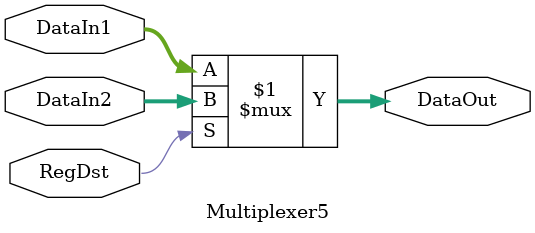
<source format=v>
`timescale 1ns / 1ps


module Multiplexer5(    //ÓÃÓÚÑ¡Ôñ5Î»½á¹ûµÄ¶þÑ¡Ò»¶àÂ·¸´ÓÃÆ÷
    input RegDst,       //2Ñ¡1Ñ¡ÔñÐÅºÅ
    input [4:0]DataIn1,
    input [4:0]DataIn2,
    output [4:0]DataOut
    );
    
    assign DataOut = RegDst ? DataIn2 : DataIn1;
endmodule

</source>
